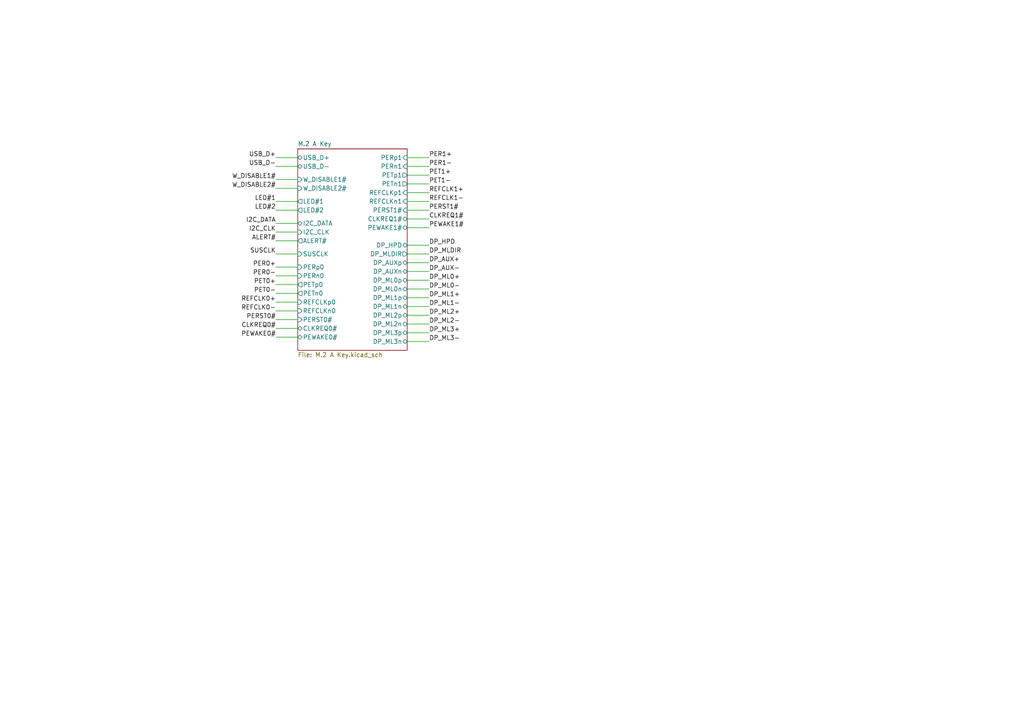
<source format=kicad_sch>
(kicad_sch
	(version 20250114)
	(generator "eeschema")
	(generator_version "9.0")
	(uuid "56bc963c-89d3-4d78-954d-b36d621d1132")
	(paper "A4")
	(lib_symbols)
	(wire
		(pts
			(xy 80.01 45.72) (xy 86.36 45.72)
		)
		(stroke
			(width 0)
			(type default)
		)
		(uuid "0588a6c7-66dd-4862-8f79-10cb0198e1f0")
	)
	(wire
		(pts
			(xy 80.01 90.17) (xy 86.36 90.17)
		)
		(stroke
			(width 0)
			(type default)
		)
		(uuid "16c3db3c-8b78-4b04-a702-6979a64966b0")
	)
	(wire
		(pts
			(xy 118.11 99.06) (xy 124.46 99.06)
		)
		(stroke
			(width 0)
			(type default)
		)
		(uuid "25f2b063-ec73-4edd-888c-405a25048577")
	)
	(wire
		(pts
			(xy 80.01 48.26) (xy 86.36 48.26)
		)
		(stroke
			(width 0)
			(type default)
		)
		(uuid "29ded4fa-5106-40ae-b976-f5bd1221292e")
	)
	(wire
		(pts
			(xy 118.11 53.34) (xy 124.46 53.34)
		)
		(stroke
			(width 0)
			(type default)
		)
		(uuid "2b7b4245-ee3b-448f-ba5a-db8a55113628")
	)
	(wire
		(pts
			(xy 118.11 76.2) (xy 124.46 76.2)
		)
		(stroke
			(width 0)
			(type default)
		)
		(uuid "343e130c-7d42-448c-8388-0870664a7f3f")
	)
	(wire
		(pts
			(xy 118.11 71.12) (xy 124.46 71.12)
		)
		(stroke
			(width 0)
			(type default)
		)
		(uuid "3b5c83a4-6a5d-433d-9941-321fc8058ca6")
	)
	(wire
		(pts
			(xy 118.11 91.44) (xy 124.46 91.44)
		)
		(stroke
			(width 0)
			(type default)
		)
		(uuid "446b9210-1a40-4ba5-abbe-6a8e64a85380")
	)
	(wire
		(pts
			(xy 118.11 93.98) (xy 124.46 93.98)
		)
		(stroke
			(width 0)
			(type default)
		)
		(uuid "5476b0d7-38b0-4518-a1d6-6ed2f829457f")
	)
	(wire
		(pts
			(xy 118.11 66.04) (xy 124.46 66.04)
		)
		(stroke
			(width 0)
			(type default)
		)
		(uuid "6496050e-57c1-47c5-b487-b352ebdb69d7")
	)
	(wire
		(pts
			(xy 80.01 73.66) (xy 86.36 73.66)
		)
		(stroke
			(width 0)
			(type default)
		)
		(uuid "71474060-20b7-416a-9192-fb4de34f7e37")
	)
	(wire
		(pts
			(xy 80.01 97.79) (xy 86.36 97.79)
		)
		(stroke
			(width 0)
			(type default)
		)
		(uuid "795c4a8b-8aae-4180-aabc-746b58529820")
	)
	(wire
		(pts
			(xy 80.01 64.77) (xy 86.36 64.77)
		)
		(stroke
			(width 0)
			(type default)
		)
		(uuid "79fb17d7-5f58-4a2f-8a98-b1ebe7dce1b2")
	)
	(wire
		(pts
			(xy 80.01 85.09) (xy 86.36 85.09)
		)
		(stroke
			(width 0)
			(type default)
		)
		(uuid "8695f66d-4768-4cf9-86aa-bad2c32dada6")
	)
	(wire
		(pts
			(xy 80.01 92.71) (xy 86.36 92.71)
		)
		(stroke
			(width 0)
			(type default)
		)
		(uuid "8c2ddb1b-305a-4c4e-bc8f-4336cffaa384")
	)
	(wire
		(pts
			(xy 118.11 81.28) (xy 124.46 81.28)
		)
		(stroke
			(width 0)
			(type default)
		)
		(uuid "8dc58a5d-bbdf-480f-8780-a638656ddf78")
	)
	(wire
		(pts
			(xy 118.11 63.5) (xy 124.46 63.5)
		)
		(stroke
			(width 0)
			(type default)
		)
		(uuid "9463273e-d321-41e3-8280-13727d6e9ad4")
	)
	(wire
		(pts
			(xy 118.11 50.8) (xy 124.46 50.8)
		)
		(stroke
			(width 0)
			(type default)
		)
		(uuid "9633b49f-e9bc-4424-921a-f4159557b4f0")
	)
	(wire
		(pts
			(xy 80.01 95.25) (xy 86.36 95.25)
		)
		(stroke
			(width 0)
			(type default)
		)
		(uuid "a1626596-589b-407f-84e0-c467b1eb93cb")
	)
	(wire
		(pts
			(xy 118.11 88.9) (xy 124.46 88.9)
		)
		(stroke
			(width 0)
			(type default)
		)
		(uuid "a488b3fe-34df-4c3b-8f8f-6277bf60985c")
	)
	(wire
		(pts
			(xy 118.11 73.66) (xy 124.46 73.66)
		)
		(stroke
			(width 0)
			(type default)
		)
		(uuid "b83a24da-1d03-44f5-a72b-c1cf6c96c1c6")
	)
	(wire
		(pts
			(xy 118.11 60.96) (xy 124.46 60.96)
		)
		(stroke
			(width 0)
			(type default)
		)
		(uuid "b9ec9fe0-cb62-4685-aa7a-e62b56a99d7b")
	)
	(wire
		(pts
			(xy 118.11 96.52) (xy 124.46 96.52)
		)
		(stroke
			(width 0)
			(type default)
		)
		(uuid "bab2a6af-1af4-4511-9d97-19eda86ffd63")
	)
	(wire
		(pts
			(xy 80.01 77.47) (xy 86.36 77.47)
		)
		(stroke
			(width 0)
			(type default)
		)
		(uuid "bc185d12-13d4-4fe0-82b6-49c03bc578a3")
	)
	(wire
		(pts
			(xy 118.11 45.72) (xy 124.46 45.72)
		)
		(stroke
			(width 0)
			(type default)
		)
		(uuid "c2e90b34-c961-4e13-9b6a-87133f12f649")
	)
	(wire
		(pts
			(xy 118.11 78.74) (xy 124.46 78.74)
		)
		(stroke
			(width 0)
			(type default)
		)
		(uuid "c484c914-18b7-4c7b-a7c8-31eb6b0415ef")
	)
	(wire
		(pts
			(xy 80.01 82.55) (xy 86.36 82.55)
		)
		(stroke
			(width 0)
			(type default)
		)
		(uuid "c7e160cd-c6d5-424a-962d-f24be6e5a5d7")
	)
	(wire
		(pts
			(xy 118.11 48.26) (xy 124.46 48.26)
		)
		(stroke
			(width 0)
			(type default)
		)
		(uuid "c83a9444-0b4b-4d41-9c73-4677cf0f735d")
	)
	(wire
		(pts
			(xy 80.01 54.61) (xy 86.36 54.61)
		)
		(stroke
			(width 0)
			(type default)
		)
		(uuid "cc73eaea-c69c-4aa4-b9ad-cc198e7cb8c8")
	)
	(wire
		(pts
			(xy 118.11 58.42) (xy 124.46 58.42)
		)
		(stroke
			(width 0)
			(type default)
		)
		(uuid "cf6278ff-52cd-47b0-92fa-99ce3afb080f")
	)
	(wire
		(pts
			(xy 80.01 87.63) (xy 86.36 87.63)
		)
		(stroke
			(width 0)
			(type default)
		)
		(uuid "d2d2d5ab-b4cb-418f-b853-8922585173d2")
	)
	(wire
		(pts
			(xy 118.11 55.88) (xy 124.46 55.88)
		)
		(stroke
			(width 0)
			(type default)
		)
		(uuid "e40f55b9-ef21-4eed-b701-88475adbc2b5")
	)
	(wire
		(pts
			(xy 80.01 69.85) (xy 86.36 69.85)
		)
		(stroke
			(width 0)
			(type default)
		)
		(uuid "e8d1c441-cc60-4179-b594-7acc6e80696d")
	)
	(wire
		(pts
			(xy 80.01 58.42) (xy 86.36 58.42)
		)
		(stroke
			(width 0)
			(type default)
		)
		(uuid "e9b5c01c-3113-46fa-ac92-5093b43bc1c5")
	)
	(wire
		(pts
			(xy 80.01 80.01) (xy 86.36 80.01)
		)
		(stroke
			(width 0)
			(type default)
		)
		(uuid "eaa76462-ef9a-444d-b6b8-8a660a05ec43")
	)
	(wire
		(pts
			(xy 80.01 52.07) (xy 86.36 52.07)
		)
		(stroke
			(width 0)
			(type default)
		)
		(uuid "f16a1541-0f44-45e1-987a-7fedeb3efe3b")
	)
	(wire
		(pts
			(xy 118.11 83.82) (xy 124.46 83.82)
		)
		(stroke
			(width 0)
			(type default)
		)
		(uuid "f1a5400a-d060-4fde-adf1-16c420e5267a")
	)
	(wire
		(pts
			(xy 80.01 67.31) (xy 86.36 67.31)
		)
		(stroke
			(width 0)
			(type default)
		)
		(uuid "f4bd2b46-cb19-430f-aafa-3e313b0af6ca")
	)
	(wire
		(pts
			(xy 80.01 60.96) (xy 86.36 60.96)
		)
		(stroke
			(width 0)
			(type default)
		)
		(uuid "f6bd4e19-d507-4232-a5da-ebcb1c644870")
	)
	(wire
		(pts
			(xy 118.11 86.36) (xy 124.46 86.36)
		)
		(stroke
			(width 0)
			(type default)
		)
		(uuid "ff39d83c-94aa-4843-bea0-abeb7978f675")
	)
	(label "LED#1"
		(at 80.01 58.42 180)
		(effects
			(font
				(size 1.27 1.27)
			)
			(justify right bottom)
		)
		(uuid "0e2962fe-3b1f-4a8d-93f4-25dfccaf4e28")
	)
	(label "DP_MLDIR"
		(at 124.46 73.66 0)
		(effects
			(font
				(size 1.27 1.27)
			)
			(justify left bottom)
		)
		(uuid "153d64c7-e45b-4c20-9331-fe51930319c8")
	)
	(label "I2C_CLK"
		(at 80.01 67.31 180)
		(effects
			(font
				(size 1.27 1.27)
			)
			(justify right bottom)
		)
		(uuid "159f66a3-3b1f-49bb-bea1-82a97f048a33")
	)
	(label "PER0-"
		(at 80.01 80.01 180)
		(effects
			(font
				(size 1.27 1.27)
			)
			(justify right bottom)
		)
		(uuid "16766dc5-0e10-4e1b-bd4a-c8585e060db2")
	)
	(label "REFCLK1+"
		(at 124.46 55.88 0)
		(effects
			(font
				(size 1.27 1.27)
			)
			(justify left bottom)
		)
		(uuid "22a6f9e0-7756-4cb0-9d85-037d78d96b5d")
	)
	(label "DP_ML3+"
		(at 124.46 96.52 0)
		(effects
			(font
				(size 1.27 1.27)
			)
			(justify left bottom)
		)
		(uuid "2355e51d-cfc8-43a8-856a-30202df94a28")
	)
	(label "DP_ML2-"
		(at 124.46 93.98 0)
		(effects
			(font
				(size 1.27 1.27)
			)
			(justify left bottom)
		)
		(uuid "25af5594-860e-4966-9565-24b6180e8dd8")
	)
	(label "CLKREQ1#"
		(at 124.46 63.5 0)
		(effects
			(font
				(size 1.27 1.27)
			)
			(justify left bottom)
		)
		(uuid "2c284061-987c-4895-9116-44223a660e01")
	)
	(label "DP_AUX+"
		(at 124.46 76.2 0)
		(effects
			(font
				(size 1.27 1.27)
			)
			(justify left bottom)
		)
		(uuid "30794c90-ac37-43db-8540-9d1512887404")
	)
	(label "PET0+"
		(at 80.01 82.55 180)
		(effects
			(font
				(size 1.27 1.27)
			)
			(justify right bottom)
		)
		(uuid "41415848-7dd5-4582-b332-1606a8b0f929")
	)
	(label "SUSCLK"
		(at 80.01 73.66 180)
		(effects
			(font
				(size 1.27 1.27)
			)
			(justify right bottom)
		)
		(uuid "50b953a0-ad74-4f0a-8bf4-b128af910b9f")
	)
	(label "USB_D-"
		(at 80.01 48.26 180)
		(effects
			(font
				(size 1.27 1.27)
			)
			(justify right bottom)
		)
		(uuid "52909dee-30cd-4f09-b53e-a8084d31997d")
	)
	(label "LED#2"
		(at 80.01 60.96 180)
		(effects
			(font
				(size 1.27 1.27)
			)
			(justify right bottom)
		)
		(uuid "6107269a-6fa1-4fc5-befb-d202996cf534")
	)
	(label "I2C_DATA"
		(at 80.01 64.77 180)
		(effects
			(font
				(size 1.27 1.27)
			)
			(justify right bottom)
		)
		(uuid "62d40c75-30e4-4c93-ad57-acf206f86d2d")
	)
	(label "USB_D+"
		(at 80.01 45.72 180)
		(effects
			(font
				(size 1.27 1.27)
			)
			(justify right bottom)
		)
		(uuid "642a754d-6e18-45c8-a1aa-fd3a44f6d525")
	)
	(label "PEWAKE1#"
		(at 124.46 66.04 0)
		(effects
			(font
				(size 1.27 1.27)
			)
			(justify left bottom)
		)
		(uuid "643fb86d-a627-4462-a588-98866fc313b2")
	)
	(label "ALERT#"
		(at 80.01 69.85 180)
		(effects
			(font
				(size 1.27 1.27)
			)
			(justify right bottom)
		)
		(uuid "66604abc-f7a9-4138-9eba-626342e4207b")
	)
	(label "PER1-"
		(at 124.46 48.26 0)
		(effects
			(font
				(size 1.27 1.27)
			)
			(justify left bottom)
		)
		(uuid "6994af61-d6ff-43e1-847b-2971be8a03c6")
	)
	(label "PER0+"
		(at 80.01 77.47 180)
		(effects
			(font
				(size 1.27 1.27)
			)
			(justify right bottom)
		)
		(uuid "79ae8242-a164-4f92-8dff-6a06c6646bde")
	)
	(label "PERST1#"
		(at 124.46 60.96 0)
		(effects
			(font
				(size 1.27 1.27)
			)
			(justify left bottom)
		)
		(uuid "7fef8fd8-1b46-4cff-9fbb-a454a34e3ce6")
	)
	(label "DP_AUX-"
		(at 124.46 78.74 0)
		(effects
			(font
				(size 1.27 1.27)
			)
			(justify left bottom)
		)
		(uuid "8b398852-e6b3-400a-865d-c024ecf045e7")
	)
	(label "PET1-"
		(at 124.46 53.34 0)
		(effects
			(font
				(size 1.27 1.27)
			)
			(justify left bottom)
		)
		(uuid "8d444ca3-f847-46e0-afd1-c948c7ffb7b6")
	)
	(label "DP_ML1+"
		(at 124.46 86.36 0)
		(effects
			(font
				(size 1.27 1.27)
			)
			(justify left bottom)
		)
		(uuid "8d6ce25b-d9c8-4d75-a3ca-a19598563bdb")
	)
	(label "REFCLK0-"
		(at 80.01 90.17 180)
		(effects
			(font
				(size 1.27 1.27)
			)
			(justify right bottom)
		)
		(uuid "92429920-bfd4-4b55-8986-2e3038e606fc")
	)
	(label "DP_ML3-"
		(at 124.46 99.06 0)
		(effects
			(font
				(size 1.27 1.27)
			)
			(justify left bottom)
		)
		(uuid "adcf2d88-46e0-487b-831d-3bf314b6a8eb")
	)
	(label "W_DISABLE2#"
		(at 80.01 54.61 180)
		(effects
			(font
				(size 1.27 1.27)
			)
			(justify right bottom)
		)
		(uuid "b56b3046-fd77-4d5e-86eb-ffa996a6c852")
	)
	(label "PER1+"
		(at 124.46 45.72 0)
		(effects
			(font
				(size 1.27 1.27)
			)
			(justify left bottom)
		)
		(uuid "b768ce5b-2334-48de-b09c-1c41dfdeaeea")
	)
	(label "PEWAKE0#"
		(at 80.01 97.79 180)
		(effects
			(font
				(size 1.27 1.27)
			)
			(justify right bottom)
		)
		(uuid "c5a9744c-083b-4705-b075-1a8a1538f221")
	)
	(label "DP_ML1-"
		(at 124.46 88.9 0)
		(effects
			(font
				(size 1.27 1.27)
			)
			(justify left bottom)
		)
		(uuid "cbabac44-4d14-4ed4-ba15-6f629374322f")
	)
	(label "W_DISABLE1#"
		(at 80.01 52.07 180)
		(effects
			(font
				(size 1.27 1.27)
			)
			(justify right bottom)
		)
		(uuid "d27b7a64-8035-4349-a7bb-04195fd4ee00")
	)
	(label "DP_ML0+"
		(at 124.46 81.28 0)
		(effects
			(font
				(size 1.27 1.27)
			)
			(justify left bottom)
		)
		(uuid "d5318f21-ee52-44a0-b252-68e23fb157d8")
	)
	(label "PERST0#"
		(at 80.01 92.71 180)
		(effects
			(font
				(size 1.27 1.27)
			)
			(justify right bottom)
		)
		(uuid "d9a5218a-cbc1-4407-88d1-2f95e05bd34f")
	)
	(label "REFCLK0+"
		(at 80.01 87.63 180)
		(effects
			(font
				(size 1.27 1.27)
			)
			(justify right bottom)
		)
		(uuid "da1b93bb-fedd-45e9-a3d2-634764d200c3")
	)
	(label "DP_ML2+"
		(at 124.46 91.44 0)
		(effects
			(font
				(size 1.27 1.27)
			)
			(justify left bottom)
		)
		(uuid "dc30bb4b-0b84-4496-8dd4-994013d7b406")
	)
	(label "CLKREQ0#"
		(at 80.01 95.25 180)
		(effects
			(font
				(size 1.27 1.27)
			)
			(justify right bottom)
		)
		(uuid "dee6f29d-8dd4-4805-b96f-d51eac1e0033")
	)
	(label "DP_HPD"
		(at 124.46 71.12 0)
		(effects
			(font
				(size 1.27 1.27)
			)
			(justify left bottom)
		)
		(uuid "e035e05d-4916-4514-82f3-8aa8bfb1eed8")
	)
	(label "PET0-"
		(at 80.01 85.09 180)
		(effects
			(font
				(size 1.27 1.27)
			)
			(justify right bottom)
		)
		(uuid "e24147ce-9505-4c0c-ab8f-a093894a6c46")
	)
	(label "DP_ML0-"
		(at 124.46 83.82 0)
		(effects
			(font
				(size 1.27 1.27)
			)
			(justify left bottom)
		)
		(uuid "e28b7f90-f820-4e5e-a69e-f09e544bd9bd")
	)
	(label "PET1+"
		(at 124.46 50.8 0)
		(effects
			(font
				(size 1.27 1.27)
			)
			(justify left bottom)
		)
		(uuid "f896a756-8ab1-40d4-b005-9bbf2ebd903e")
	)
	(label "REFCLK1-"
		(at 124.46 58.42 0)
		(effects
			(font
				(size 1.27 1.27)
			)
			(justify left bottom)
		)
		(uuid "fb228dea-b8cb-4fd9-8b46-eacfaba82291")
	)
	(sheet
		(at 86.36 43.18)
		(size 31.75 58.42)
		(exclude_from_sim no)
		(in_bom yes)
		(on_board yes)
		(dnp no)
		(fields_autoplaced yes)
		(stroke
			(width 0.1524)
			(type solid)
		)
		(fill
			(color 0 0 0 0.0000)
		)
		(uuid "1dfbed28-b844-43c4-9eea-a232f0d77196")
		(property "Sheetname" "M.2 A Key"
			(at 86.36 42.4684 0)
			(effects
				(font
					(size 1.27 1.27)
				)
				(justify left bottom)
			)
		)
		(property "Sheetfile" "M.2 A Key.kicad_sch"
			(at 86.36 102.1846 0)
			(effects
				(font
					(size 1.27 1.27)
				)
				(justify left top)
			)
		)
		(pin "USB_D+" bidirectional
			(at 86.36 45.72 180)
			(uuid "59efd696-344d-4447-9876-a3440c5d2925")
			(effects
				(font
					(size 1.27 1.27)
				)
				(justify left)
			)
		)
		(pin "USB_D-" bidirectional
			(at 86.36 48.26 180)
			(uuid "ab8b155b-5255-492e-8441-982b8bcdc50a")
			(effects
				(font
					(size 1.27 1.27)
				)
				(justify left)
			)
		)
		(pin "W_DISABLE1#" input
			(at 86.36 52.07 180)
			(uuid "417f9d73-8b54-4a6e-baac-c1e8279880a7")
			(effects
				(font
					(size 1.27 1.27)
				)
				(justify left)
			)
		)
		(pin "W_DISABLE2#" input
			(at 86.36 54.61 180)
			(uuid "200bc121-331b-4d8a-a7bb-bd21509e48f1")
			(effects
				(font
					(size 1.27 1.27)
				)
				(justify left)
			)
		)
		(pin "LED#1" output
			(at 86.36 58.42 180)
			(uuid "a23d9189-2ebd-4f73-9434-e0634ef687c4")
			(effects
				(font
					(size 1.27 1.27)
				)
				(justify left)
			)
		)
		(pin "LED#2" output
			(at 86.36 60.96 180)
			(uuid "dcd20123-3949-43e3-add2-4d4f2b351278")
			(effects
				(font
					(size 1.27 1.27)
				)
				(justify left)
			)
		)
		(pin "I2C_DATA" bidirectional
			(at 86.36 64.77 180)
			(uuid "1b386d3e-4875-4117-b747-6c6e0ec38965")
			(effects
				(font
					(size 1.27 1.27)
				)
				(justify left)
			)
		)
		(pin "I2C_CLK" input
			(at 86.36 67.31 180)
			(uuid "08eb6dea-567d-44ac-a435-3f88293b4c80")
			(effects
				(font
					(size 1.27 1.27)
				)
				(justify left)
			)
		)
		(pin "ALERT#" output
			(at 86.36 69.85 180)
			(uuid "3e9de53f-5707-4802-8617-ffdda3ef8d65")
			(effects
				(font
					(size 1.27 1.27)
				)
				(justify left)
			)
		)
		(pin "SUSCLK" input
			(at 86.36 73.66 180)
			(uuid "930e9181-1802-4232-8aaa-292d7b2862f3")
			(effects
				(font
					(size 1.27 1.27)
				)
				(justify left)
			)
		)
		(pin "PERp0" input
			(at 86.36 77.47 180)
			(uuid "b457d6ba-4444-470c-82ae-c3ac88c0d281")
			(effects
				(font
					(size 1.27 1.27)
				)
				(justify left)
			)
		)
		(pin "PERn0" input
			(at 86.36 80.01 180)
			(uuid "4e20bfba-b3c9-47b8-bf27-3d8581760581")
			(effects
				(font
					(size 1.27 1.27)
				)
				(justify left)
			)
		)
		(pin "PERST0#" input
			(at 86.36 92.71 180)
			(uuid "f0bac587-d917-4933-b59b-40777d91cb91")
			(effects
				(font
					(size 1.27 1.27)
				)
				(justify left)
			)
		)
		(pin "CLKREQ0#" bidirectional
			(at 86.36 95.25 180)
			(uuid "6900fefb-497a-453f-b27c-a021059cb4df")
			(effects
				(font
					(size 1.27 1.27)
				)
				(justify left)
			)
		)
		(pin "PETn0" output
			(at 86.36 85.09 180)
			(uuid "8666d321-e822-472e-9382-e77feaf3e04f")
			(effects
				(font
					(size 1.27 1.27)
				)
				(justify left)
			)
		)
		(pin "PETp0" output
			(at 86.36 82.55 180)
			(uuid "241889db-96af-41f9-a81d-94a8d8949a61")
			(effects
				(font
					(size 1.27 1.27)
				)
				(justify left)
			)
		)
		(pin "REFCLKp0" input
			(at 86.36 87.63 180)
			(uuid "787abc11-b28a-4122-ab1c-ef75775ef8f7")
			(effects
				(font
					(size 1.27 1.27)
				)
				(justify left)
			)
		)
		(pin "PEWAKE0#" bidirectional
			(at 86.36 97.79 180)
			(uuid "4eb92aed-d072-48f5-a3f9-923123ba693e")
			(effects
				(font
					(size 1.27 1.27)
				)
				(justify left)
			)
		)
		(pin "REFCLKn0" input
			(at 86.36 90.17 180)
			(uuid "fd70ac89-d8b0-495d-939f-382c32b3ab65")
			(effects
				(font
					(size 1.27 1.27)
				)
				(justify left)
			)
		)
		(pin "PEWAKE1#" bidirectional
			(at 118.11 66.04 0)
			(uuid "f7b0caf2-bdc4-4f16-a5a5-8f26cb24c331")
			(effects
				(font
					(size 1.27 1.27)
				)
				(justify right)
			)
		)
		(pin "PETp1" output
			(at 118.11 50.8 0)
			(uuid "0987fe9b-b5fc-4634-bfc3-5f2552e72b7b")
			(effects
				(font
					(size 1.27 1.27)
				)
				(justify right)
			)
		)
		(pin "PERn1" input
			(at 118.11 48.26 0)
			(uuid "b4080413-c258-4c0b-b5a2-306f6c77ec69")
			(effects
				(font
					(size 1.27 1.27)
				)
				(justify right)
			)
		)
		(pin "REFCLKp1" input
			(at 118.11 55.88 0)
			(uuid "452a70fa-c690-4cbe-ad08-6e7f829349bd")
			(effects
				(font
					(size 1.27 1.27)
				)
				(justify right)
			)
		)
		(pin "PERp1" input
			(at 118.11 45.72 0)
			(uuid "a7fab73e-2d03-4967-822d-c76813b86986")
			(effects
				(font
					(size 1.27 1.27)
				)
				(justify right)
			)
		)
		(pin "PETn1" output
			(at 118.11 53.34 0)
			(uuid "54552d92-fd24-4ec8-a7f2-58c250b4f485")
			(effects
				(font
					(size 1.27 1.27)
				)
				(justify right)
			)
		)
		(pin "REFCLKn1" input
			(at 118.11 58.42 0)
			(uuid "61117967-1a16-4c91-a393-0f74ef6bd596")
			(effects
				(font
					(size 1.27 1.27)
				)
				(justify right)
			)
		)
		(pin "PERST1#" input
			(at 118.11 60.96 0)
			(uuid "94d7c83f-9a26-40b8-bc09-09411f62f9aa")
			(effects
				(font
					(size 1.27 1.27)
				)
				(justify right)
			)
		)
		(pin "CLKREQ1#" bidirectional
			(at 118.11 63.5 0)
			(uuid "9aa66af1-4853-4f27-8e50-e470c6c362be")
			(effects
				(font
					(size 1.27 1.27)
				)
				(justify right)
			)
		)
		(pin "DP_HPD" bidirectional
			(at 118.11 71.12 0)
			(uuid "9bcd9951-5361-4a0e-919d-6d81e581bf70")
			(effects
				(font
					(size 1.27 1.27)
				)
				(justify right)
			)
		)
		(pin "DP_MLDIR" output
			(at 118.11 73.66 0)
			(uuid "c6de640f-38d8-4c9b-8db6-190a3759ae26")
			(effects
				(font
					(size 1.27 1.27)
				)
				(justify right)
			)
		)
		(pin "DP_AUXp" bidirectional
			(at 118.11 76.2 0)
			(uuid "4834d989-2818-45a2-9088-0c71908e453a")
			(effects
				(font
					(size 1.27 1.27)
				)
				(justify right)
			)
		)
		(pin "DP_AUXn" bidirectional
			(at 118.11 78.74 0)
			(uuid "8b3161ea-378c-469a-851f-d7c5d084420b")
			(effects
				(font
					(size 1.27 1.27)
				)
				(justify right)
			)
		)
		(pin "DP_ML0n" bidirectional
			(at 118.11 83.82 0)
			(uuid "0ad4a973-3209-4fdd-b0b9-955ef2180b3e")
			(effects
				(font
					(size 1.27 1.27)
				)
				(justify right)
			)
		)
		(pin "DP_ML0p" bidirectional
			(at 118.11 81.28 0)
			(uuid "01a05700-f8d9-4f3f-81f8-14d457717234")
			(effects
				(font
					(size 1.27 1.27)
				)
				(justify right)
			)
		)
		(pin "DP_ML1p" bidirectional
			(at 118.11 86.36 0)
			(uuid "ed139c79-6f73-472a-adba-d729eadcd7b4")
			(effects
				(font
					(size 1.27 1.27)
				)
				(justify right)
			)
		)
		(pin "DP_ML1n" bidirectional
			(at 118.11 88.9 0)
			(uuid "2b35c699-44c8-405c-abe6-dbc27b4da55b")
			(effects
				(font
					(size 1.27 1.27)
				)
				(justify right)
			)
		)
		(pin "DP_ML2p" bidirectional
			(at 118.11 91.44 0)
			(uuid "29a776fd-e05b-4340-b541-6ed8cbea5cda")
			(effects
				(font
					(size 1.27 1.27)
				)
				(justify right)
			)
		)
		(pin "DP_ML2n" bidirectional
			(at 118.11 93.98 0)
			(uuid "492b3729-8fdd-4d7b-b9bd-0cf82bd4f9dc")
			(effects
				(font
					(size 1.27 1.27)
				)
				(justify right)
			)
		)
		(pin "DP_ML3p" bidirectional
			(at 118.11 96.52 0)
			(uuid "78160e85-0b40-4e68-ab34-61d35a25e2fb")
			(effects
				(font
					(size 1.27 1.27)
				)
				(justify right)
			)
		)
		(pin "DP_ML3n" bidirectional
			(at 118.11 99.06 0)
			(uuid "837c2c08-ec8c-41fb-94e9-26d6eaccd73c")
			(effects
				(font
					(size 1.27 1.27)
				)
				(justify right)
			)
		)
		(instances
			(project "M.2 A Key 30110"
				(path "/56bc963c-89d3-4d78-954d-b36d621d1132"
					(page "2")
				)
			)
		)
	)
	(sheet_instances
		(path "/"
			(page "1")
		)
	)
	(embedded_fonts no)
)

</source>
